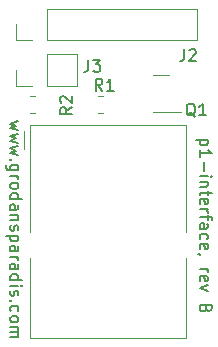
<source format=gbr>
%TF.GenerationSoftware,KiCad,Pcbnew,6.0.2+dfsg-1*%
%TF.CreationDate,2022-09-19T17:12:00+02:00*%
%TF.ProjectId,p1-interface,70312d69-6e74-4657-9266-6163652e6b69,rev?*%
%TF.SameCoordinates,Original*%
%TF.FileFunction,Legend,Top*%
%TF.FilePolarity,Positive*%
%FSLAX46Y46*%
G04 Gerber Fmt 4.6, Leading zero omitted, Abs format (unit mm)*
G04 Created by KiCad (PCBNEW 6.0.2+dfsg-1) date 2022-09-19 17:12:00*
%MOMM*%
%LPD*%
G01*
G04 APERTURE LIST*
%ADD10C,0.200000*%
%ADD11C,0.150000*%
%ADD12C,0.120000*%
%ADD13C,0.100000*%
G04 APERTURE END LIST*
D10*
X127614285Y-70959523D02*
X126947619Y-71150000D01*
X127423809Y-71340476D01*
X126947619Y-71530952D01*
X127614285Y-71721428D01*
X127614285Y-72007142D02*
X126947619Y-72197619D01*
X127423809Y-72388095D01*
X126947619Y-72578571D01*
X127614285Y-72769047D01*
X127614285Y-73054761D02*
X126947619Y-73245238D01*
X127423809Y-73435714D01*
X126947619Y-73626190D01*
X127614285Y-73816666D01*
X127042857Y-74197619D02*
X126995238Y-74245238D01*
X126947619Y-74197619D01*
X126995238Y-74150000D01*
X127042857Y-74197619D01*
X126947619Y-74197619D01*
X127614285Y-75102380D02*
X126804761Y-75102380D01*
X126709523Y-75054761D01*
X126661904Y-75007142D01*
X126614285Y-74911904D01*
X126614285Y-74769047D01*
X126661904Y-74673809D01*
X126995238Y-75102380D02*
X126947619Y-75007142D01*
X126947619Y-74816666D01*
X126995238Y-74721428D01*
X127042857Y-74673809D01*
X127138095Y-74626190D01*
X127423809Y-74626190D01*
X127519047Y-74673809D01*
X127566666Y-74721428D01*
X127614285Y-74816666D01*
X127614285Y-75007142D01*
X127566666Y-75102380D01*
X126947619Y-75578571D02*
X127614285Y-75578571D01*
X127423809Y-75578571D02*
X127519047Y-75626190D01*
X127566666Y-75673809D01*
X127614285Y-75769047D01*
X127614285Y-75864285D01*
X126947619Y-76340476D02*
X126995238Y-76245238D01*
X127042857Y-76197619D01*
X127138095Y-76150000D01*
X127423809Y-76150000D01*
X127519047Y-76197619D01*
X127566666Y-76245238D01*
X127614285Y-76340476D01*
X127614285Y-76483333D01*
X127566666Y-76578571D01*
X127519047Y-76626190D01*
X127423809Y-76673809D01*
X127138095Y-76673809D01*
X127042857Y-76626190D01*
X126995238Y-76578571D01*
X126947619Y-76483333D01*
X126947619Y-76340476D01*
X126947619Y-77530952D02*
X127947619Y-77530952D01*
X126995238Y-77530952D02*
X126947619Y-77435714D01*
X126947619Y-77245238D01*
X126995238Y-77150000D01*
X127042857Y-77102380D01*
X127138095Y-77054761D01*
X127423809Y-77054761D01*
X127519047Y-77102380D01*
X127566666Y-77150000D01*
X127614285Y-77245238D01*
X127614285Y-77435714D01*
X127566666Y-77530952D01*
X126947619Y-78435714D02*
X127471428Y-78435714D01*
X127566666Y-78388095D01*
X127614285Y-78292857D01*
X127614285Y-78102380D01*
X127566666Y-78007142D01*
X126995238Y-78435714D02*
X126947619Y-78340476D01*
X126947619Y-78102380D01*
X126995238Y-78007142D01*
X127090476Y-77959523D01*
X127185714Y-77959523D01*
X127280952Y-78007142D01*
X127328571Y-78102380D01*
X127328571Y-78340476D01*
X127376190Y-78435714D01*
X127614285Y-78911904D02*
X126947619Y-78911904D01*
X127519047Y-78911904D02*
X127566666Y-78959523D01*
X127614285Y-79054761D01*
X127614285Y-79197619D01*
X127566666Y-79292857D01*
X127471428Y-79340476D01*
X126947619Y-79340476D01*
X126995238Y-79769047D02*
X126947619Y-79864285D01*
X126947619Y-80054761D01*
X126995238Y-80150000D01*
X127090476Y-80197619D01*
X127138095Y-80197619D01*
X127233333Y-80150000D01*
X127280952Y-80054761D01*
X127280952Y-79911904D01*
X127328571Y-79816666D01*
X127423809Y-79769047D01*
X127471428Y-79769047D01*
X127566666Y-79816666D01*
X127614285Y-79911904D01*
X127614285Y-80054761D01*
X127566666Y-80150000D01*
X127614285Y-80626190D02*
X126614285Y-80626190D01*
X127566666Y-80626190D02*
X127614285Y-80721428D01*
X127614285Y-80911904D01*
X127566666Y-81007142D01*
X127519047Y-81054761D01*
X127423809Y-81102380D01*
X127138095Y-81102380D01*
X127042857Y-81054761D01*
X126995238Y-81007142D01*
X126947619Y-80911904D01*
X126947619Y-80721428D01*
X126995238Y-80626190D01*
X126947619Y-81959523D02*
X127471428Y-81959523D01*
X127566666Y-81911904D01*
X127614285Y-81816666D01*
X127614285Y-81626190D01*
X127566666Y-81530952D01*
X126995238Y-81959523D02*
X126947619Y-81864285D01*
X126947619Y-81626190D01*
X126995238Y-81530952D01*
X127090476Y-81483333D01*
X127185714Y-81483333D01*
X127280952Y-81530952D01*
X127328571Y-81626190D01*
X127328571Y-81864285D01*
X127376190Y-81959523D01*
X126947619Y-82435714D02*
X127614285Y-82435714D01*
X127423809Y-82435714D02*
X127519047Y-82483333D01*
X127566666Y-82530952D01*
X127614285Y-82626190D01*
X127614285Y-82721428D01*
X126947619Y-83483333D02*
X127471428Y-83483333D01*
X127566666Y-83435714D01*
X127614285Y-83340476D01*
X127614285Y-83150000D01*
X127566666Y-83054761D01*
X126995238Y-83483333D02*
X126947619Y-83388095D01*
X126947619Y-83150000D01*
X126995238Y-83054761D01*
X127090476Y-83007142D01*
X127185714Y-83007142D01*
X127280952Y-83054761D01*
X127328571Y-83150000D01*
X127328571Y-83388095D01*
X127376190Y-83483333D01*
X126947619Y-84388095D02*
X127947619Y-84388095D01*
X126995238Y-84388095D02*
X126947619Y-84292857D01*
X126947619Y-84102380D01*
X126995238Y-84007142D01*
X127042857Y-83959523D01*
X127138095Y-83911904D01*
X127423809Y-83911904D01*
X127519047Y-83959523D01*
X127566666Y-84007142D01*
X127614285Y-84102380D01*
X127614285Y-84292857D01*
X127566666Y-84388095D01*
X126947619Y-84864285D02*
X127614285Y-84864285D01*
X127947619Y-84864285D02*
X127900000Y-84816666D01*
X127852380Y-84864285D01*
X127900000Y-84911904D01*
X127947619Y-84864285D01*
X127852380Y-84864285D01*
X126995238Y-85292857D02*
X126947619Y-85388095D01*
X126947619Y-85578571D01*
X126995238Y-85673809D01*
X127090476Y-85721428D01*
X127138095Y-85721428D01*
X127233333Y-85673809D01*
X127280952Y-85578571D01*
X127280952Y-85435714D01*
X127328571Y-85340476D01*
X127423809Y-85292857D01*
X127471428Y-85292857D01*
X127566666Y-85340476D01*
X127614285Y-85435714D01*
X127614285Y-85578571D01*
X127566666Y-85673809D01*
X127042857Y-86150000D02*
X126995238Y-86197619D01*
X126947619Y-86150000D01*
X126995238Y-86102380D01*
X127042857Y-86150000D01*
X126947619Y-86150000D01*
X126995238Y-87054761D02*
X126947619Y-86959523D01*
X126947619Y-86769047D01*
X126995238Y-86673809D01*
X127042857Y-86626190D01*
X127138095Y-86578571D01*
X127423809Y-86578571D01*
X127519047Y-86626190D01*
X127566666Y-86673809D01*
X127614285Y-86769047D01*
X127614285Y-86959523D01*
X127566666Y-87054761D01*
X126947619Y-87626190D02*
X126995238Y-87530952D01*
X127042857Y-87483333D01*
X127138095Y-87435714D01*
X127423809Y-87435714D01*
X127519047Y-87483333D01*
X127566666Y-87530952D01*
X127614285Y-87626190D01*
X127614285Y-87769047D01*
X127566666Y-87864285D01*
X127519047Y-87911904D01*
X127423809Y-87959523D01*
X127138095Y-87959523D01*
X127042857Y-87911904D01*
X126995238Y-87864285D01*
X126947619Y-87769047D01*
X126947619Y-87626190D01*
X126947619Y-88388095D02*
X127614285Y-88388095D01*
X127519047Y-88388095D02*
X127566666Y-88435714D01*
X127614285Y-88530952D01*
X127614285Y-88673809D01*
X127566666Y-88769047D01*
X127471428Y-88816666D01*
X126947619Y-88816666D01*
X127471428Y-88816666D02*
X127566666Y-88864285D01*
X127614285Y-88959523D01*
X127614285Y-89102380D01*
X127566666Y-89197619D01*
X127471428Y-89245238D01*
X126947619Y-89245238D01*
D11*
X143664285Y-72511904D02*
X142664285Y-72511904D01*
X143616666Y-72511904D02*
X143664285Y-72607142D01*
X143664285Y-72797619D01*
X143616666Y-72892857D01*
X143569047Y-72940476D01*
X143473809Y-72988095D01*
X143188095Y-72988095D01*
X143092857Y-72940476D01*
X143045238Y-72892857D01*
X142997619Y-72797619D01*
X142997619Y-72607142D01*
X143045238Y-72511904D01*
X142997619Y-73940476D02*
X142997619Y-73369047D01*
X142997619Y-73654761D02*
X143997619Y-73654761D01*
X143854761Y-73559523D01*
X143759523Y-73464285D01*
X143711904Y-73369047D01*
X143378571Y-74369047D02*
X143378571Y-75130952D01*
X142997619Y-75607142D02*
X143664285Y-75607142D01*
X143997619Y-75607142D02*
X143950000Y-75559523D01*
X143902380Y-75607142D01*
X143950000Y-75654761D01*
X143997619Y-75607142D01*
X143902380Y-75607142D01*
X143664285Y-76083333D02*
X142997619Y-76083333D01*
X143569047Y-76083333D02*
X143616666Y-76130952D01*
X143664285Y-76226190D01*
X143664285Y-76369047D01*
X143616666Y-76464285D01*
X143521428Y-76511904D01*
X142997619Y-76511904D01*
X143664285Y-76845238D02*
X143664285Y-77226190D01*
X143997619Y-76988095D02*
X143140476Y-76988095D01*
X143045238Y-77035714D01*
X142997619Y-77130952D01*
X142997619Y-77226190D01*
X143045238Y-77940476D02*
X142997619Y-77845238D01*
X142997619Y-77654761D01*
X143045238Y-77559523D01*
X143140476Y-77511904D01*
X143521428Y-77511904D01*
X143616666Y-77559523D01*
X143664285Y-77654761D01*
X143664285Y-77845238D01*
X143616666Y-77940476D01*
X143521428Y-77988095D01*
X143426190Y-77988095D01*
X143330952Y-77511904D01*
X142997619Y-78416666D02*
X143664285Y-78416666D01*
X143473809Y-78416666D02*
X143569047Y-78464285D01*
X143616666Y-78511904D01*
X143664285Y-78607142D01*
X143664285Y-78702380D01*
X143664285Y-78892857D02*
X143664285Y-79273809D01*
X142997619Y-79035714D02*
X143854761Y-79035714D01*
X143950000Y-79083333D01*
X143997619Y-79178571D01*
X143997619Y-79273809D01*
X142997619Y-80035714D02*
X143521428Y-80035714D01*
X143616666Y-79988095D01*
X143664285Y-79892857D01*
X143664285Y-79702380D01*
X143616666Y-79607142D01*
X143045238Y-80035714D02*
X142997619Y-79940476D01*
X142997619Y-79702380D01*
X143045238Y-79607142D01*
X143140476Y-79559523D01*
X143235714Y-79559523D01*
X143330952Y-79607142D01*
X143378571Y-79702380D01*
X143378571Y-79940476D01*
X143426190Y-80035714D01*
X143045238Y-80940476D02*
X142997619Y-80845238D01*
X142997619Y-80654761D01*
X143045238Y-80559523D01*
X143092857Y-80511904D01*
X143188095Y-80464285D01*
X143473809Y-80464285D01*
X143569047Y-80511904D01*
X143616666Y-80559523D01*
X143664285Y-80654761D01*
X143664285Y-80845238D01*
X143616666Y-80940476D01*
X143045238Y-81750000D02*
X142997619Y-81654761D01*
X142997619Y-81464285D01*
X143045238Y-81369047D01*
X143140476Y-81321428D01*
X143521428Y-81321428D01*
X143616666Y-81369047D01*
X143664285Y-81464285D01*
X143664285Y-81654761D01*
X143616666Y-81750000D01*
X143521428Y-81797619D01*
X143426190Y-81797619D01*
X143330952Y-81321428D01*
X143045238Y-82273809D02*
X142997619Y-82273809D01*
X142902380Y-82226190D01*
X142854761Y-82178571D01*
X142997619Y-83464285D02*
X143664285Y-83464285D01*
X143473809Y-83464285D02*
X143569047Y-83511904D01*
X143616666Y-83559523D01*
X143664285Y-83654761D01*
X143664285Y-83750000D01*
X143045238Y-84464285D02*
X142997619Y-84369047D01*
X142997619Y-84178571D01*
X143045238Y-84083333D01*
X143140476Y-84035714D01*
X143521428Y-84035714D01*
X143616666Y-84083333D01*
X143664285Y-84178571D01*
X143664285Y-84369047D01*
X143616666Y-84464285D01*
X143521428Y-84511904D01*
X143426190Y-84511904D01*
X143330952Y-84035714D01*
X143664285Y-84845238D02*
X142997619Y-85083333D01*
X143664285Y-85321428D01*
X143521428Y-86797619D02*
X143473809Y-86940476D01*
X143426190Y-86988095D01*
X143330952Y-87035714D01*
X143188095Y-87035714D01*
X143092857Y-86988095D01*
X143045238Y-86940476D01*
X142997619Y-86845238D01*
X142997619Y-86464285D01*
X143997619Y-86464285D01*
X143997619Y-86797619D01*
X143950000Y-86892857D01*
X143902380Y-86940476D01*
X143807142Y-86988095D01*
X143711904Y-86988095D01*
X143616666Y-86940476D01*
X143569047Y-86892857D01*
X143521428Y-86797619D01*
X143521428Y-86464285D01*
%TO.C,Q1*%
X142604761Y-70547619D02*
X142509523Y-70500000D01*
X142414285Y-70404761D01*
X142271428Y-70261904D01*
X142176190Y-70214285D01*
X142080952Y-70214285D01*
X142128571Y-70452380D02*
X142033333Y-70404761D01*
X141938095Y-70309523D01*
X141890476Y-70119047D01*
X141890476Y-69785714D01*
X141938095Y-69595238D01*
X142033333Y-69500000D01*
X142128571Y-69452380D01*
X142319047Y-69452380D01*
X142414285Y-69500000D01*
X142509523Y-69595238D01*
X142557142Y-69785714D01*
X142557142Y-70119047D01*
X142509523Y-70309523D01*
X142414285Y-70404761D01*
X142319047Y-70452380D01*
X142128571Y-70452380D01*
X143509523Y-70452380D02*
X142938095Y-70452380D01*
X143223809Y-70452380D02*
X143223809Y-69452380D01*
X143128571Y-69595238D01*
X143033333Y-69690476D01*
X142938095Y-69738095D01*
%TO.C,J2*%
X141666666Y-64852380D02*
X141666666Y-65566666D01*
X141619047Y-65709523D01*
X141523809Y-65804761D01*
X141380952Y-65852380D01*
X141285714Y-65852380D01*
X142095238Y-64947619D02*
X142142857Y-64900000D01*
X142238095Y-64852380D01*
X142476190Y-64852380D01*
X142571428Y-64900000D01*
X142619047Y-64947619D01*
X142666666Y-65042857D01*
X142666666Y-65138095D01*
X142619047Y-65280952D01*
X142047619Y-65852380D01*
X142666666Y-65852380D01*
%TO.C,R1*%
X134733333Y-68352380D02*
X134400000Y-67876190D01*
X134161904Y-68352380D02*
X134161904Y-67352380D01*
X134542857Y-67352380D01*
X134638095Y-67400000D01*
X134685714Y-67447619D01*
X134733333Y-67542857D01*
X134733333Y-67685714D01*
X134685714Y-67780952D01*
X134638095Y-67828571D01*
X134542857Y-67876190D01*
X134161904Y-67876190D01*
X135685714Y-68352380D02*
X135114285Y-68352380D01*
X135400000Y-68352380D02*
X135400000Y-67352380D01*
X135304761Y-67495238D01*
X135209523Y-67590476D01*
X135114285Y-67638095D01*
%TO.C,J3*%
X133566666Y-65752380D02*
X133566666Y-66466666D01*
X133519047Y-66609523D01*
X133423809Y-66704761D01*
X133280952Y-66752380D01*
X133185714Y-66752380D01*
X133947619Y-65752380D02*
X134566666Y-65752380D01*
X134233333Y-66133333D01*
X134376190Y-66133333D01*
X134471428Y-66180952D01*
X134519047Y-66228571D01*
X134566666Y-66323809D01*
X134566666Y-66561904D01*
X134519047Y-66657142D01*
X134471428Y-66704761D01*
X134376190Y-66752380D01*
X134090476Y-66752380D01*
X133995238Y-66704761D01*
X133947619Y-66657142D01*
%TO.C,R2*%
X132152380Y-69766666D02*
X131676190Y-70100000D01*
X132152380Y-70338095D02*
X131152380Y-70338095D01*
X131152380Y-69957142D01*
X131200000Y-69861904D01*
X131247619Y-69814285D01*
X131342857Y-69766666D01*
X131485714Y-69766666D01*
X131580952Y-69814285D01*
X131628571Y-69861904D01*
X131676190Y-69957142D01*
X131676190Y-70338095D01*
X131247619Y-69385714D02*
X131200000Y-69338095D01*
X131152380Y-69242857D01*
X131152380Y-69004761D01*
X131200000Y-68909523D01*
X131247619Y-68861904D01*
X131342857Y-68814285D01*
X131438095Y-68814285D01*
X131580952Y-68861904D01*
X132152380Y-69433333D01*
X132152380Y-68814285D01*
D12*
%TO.C,Q1*%
X139700000Y-70160000D02*
X139050000Y-70160000D01*
X139700000Y-67040000D02*
X139050000Y-67040000D01*
X139700000Y-70160000D02*
X141375000Y-70160000D01*
X139700000Y-67040000D02*
X140350000Y-67040000D01*
%TO.C,J2*%
X142780000Y-64080000D02*
X142780000Y-61420000D01*
X130020000Y-64080000D02*
X130020000Y-61420000D01*
X128750000Y-64080000D02*
X127420000Y-64080000D01*
X130020000Y-64080000D02*
X142780000Y-64080000D01*
X130020000Y-61420000D02*
X142780000Y-61420000D01*
X127420000Y-64080000D02*
X127420000Y-62750000D01*
%TO.C,J1*%
X128130000Y-73300000D02*
X128130000Y-71770000D01*
D13*
X128600000Y-80250000D02*
X128600000Y-80320000D01*
X141800000Y-89180000D02*
X141800000Y-89300000D01*
D12*
X141800000Y-89300000D02*
X128600000Y-89300000D01*
X128600000Y-80320000D02*
X128600000Y-71300000D01*
X128600000Y-71300000D02*
X141800000Y-71300000D01*
X141800000Y-71300000D02*
X141800000Y-80320000D01*
X128600000Y-89300000D02*
X128600000Y-82520000D01*
D13*
X141800000Y-89290000D02*
X141800000Y-89300000D01*
D12*
X141800000Y-89300000D02*
X141800000Y-82520000D01*
%TO.C,R1*%
X134807064Y-68795000D02*
X134352936Y-68795000D01*
X134807064Y-70265000D02*
X134352936Y-70265000D01*
%TO.C,J3*%
X130020000Y-65270000D02*
X132620000Y-65270000D01*
X128750000Y-67930000D02*
X127420000Y-67930000D01*
X132620000Y-67930000D02*
X132620000Y-65270000D01*
X130020000Y-67930000D02*
X132620000Y-67930000D01*
X127420000Y-67930000D02*
X127420000Y-66600000D01*
X130020000Y-67930000D02*
X130020000Y-65270000D01*
%TO.C,R2*%
X129077064Y-68815000D02*
X128622936Y-68815000D01*
X129077064Y-70285000D02*
X128622936Y-70285000D01*
%TD*%
M02*

</source>
